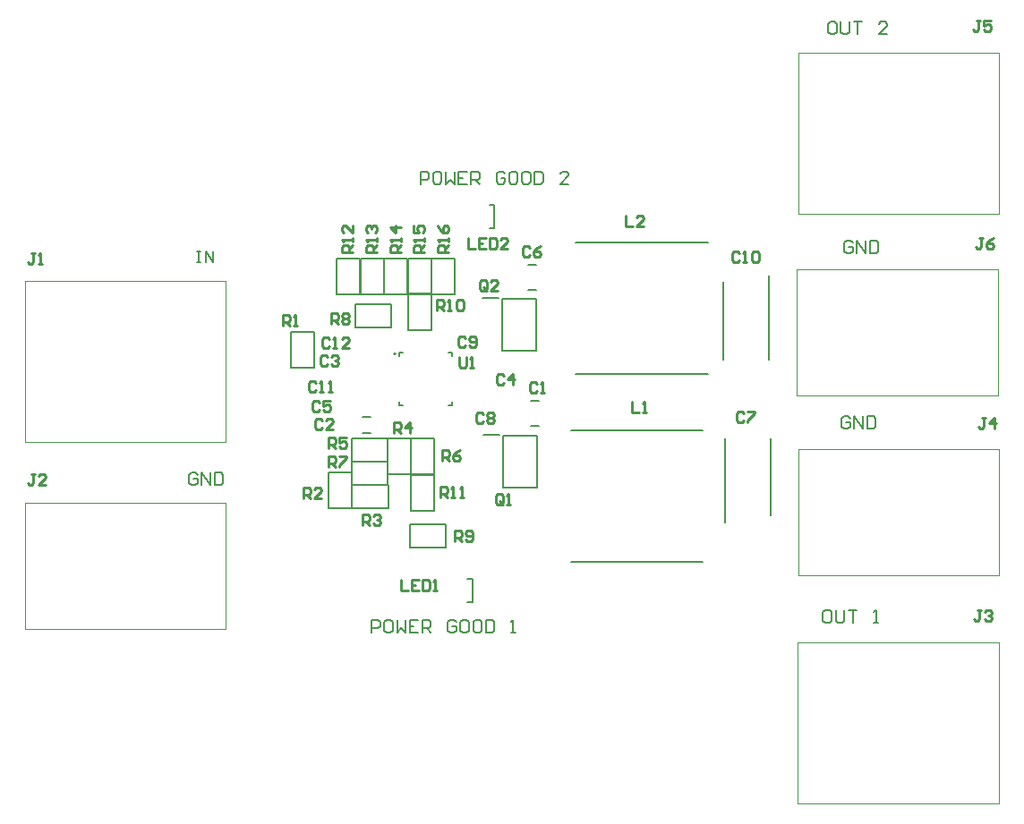
<source format=gto>
G04*
G04 #@! TF.GenerationSoftware,Altium Limited,Altium Designer,19.0.15 (446)*
G04*
G04 Layer_Color=65535*
%FSLAX25Y25*%
%MOIN*%
G70*
G01*
G75*
%ADD10C,0.00787*%
%ADD11C,0.00500*%
%ADD12C,0.00394*%
%ADD13C,0.01000*%
D10*
X137976Y177949D02*
G03*
X137976Y177949I-394J0D01*
G01*
X170717Y147759D02*
X176623D01*
X178001Y128054D02*
Y147346D01*
Y128054D02*
X190599D01*
Y147346D01*
X178001D02*
X190599D01*
X170347Y198892D02*
X176253D01*
X177631Y179187D02*
Y198478D01*
Y179187D02*
X190229D01*
Y198478D01*
X177631D02*
X190229D01*
X203153Y100394D02*
X252366D01*
X203153Y149606D02*
X252366D01*
X205094Y219606D02*
X254306D01*
X205094Y170394D02*
X254306D01*
X277465Y117630D02*
Y146370D01*
X260535Y115169D02*
Y146370D01*
X260035Y175925D02*
Y204665D01*
X276965Y175925D02*
Y207126D01*
X121707Y129169D02*
Y137831D01*
X135093Y129169D02*
Y137831D01*
X121707Y129169D02*
X135093D01*
X121707Y137831D02*
X135093D01*
X136293Y187769D02*
Y196431D01*
X122907Y187769D02*
Y196431D01*
X136293D01*
X122907Y187769D02*
X136293D01*
X143769Y132793D02*
X152431D01*
X143769Y119407D02*
X152431D01*
X143769D02*
Y132793D01*
X152431Y119407D02*
Y132793D01*
X116069Y213593D02*
X124731D01*
X116069Y200207D02*
X124731D01*
X116069D02*
Y213593D01*
X124731Y200207D02*
Y213593D01*
X143347Y105669D02*
Y114331D01*
X156733Y105669D02*
Y114331D01*
X143347Y105669D02*
X156733D01*
X143347Y114331D02*
X156733D01*
X142469Y186907D02*
X151131D01*
X142469Y200293D02*
X151131D01*
Y186907D02*
Y200293D01*
X142469Y186907D02*
Y200293D01*
X135069Y133007D02*
X143731D01*
X135069Y146393D02*
X143731D01*
Y133007D02*
Y146393D01*
X135069Y133007D02*
Y146393D01*
X143769Y133007D02*
X152431D01*
X143769Y146393D02*
X152431D01*
Y133007D02*
Y146393D01*
X143769Y133007D02*
Y146393D01*
X135093Y137769D02*
Y146431D01*
X121707Y137769D02*
Y146431D01*
X135093D01*
X121707Y137769D02*
X135093D01*
X124829Y200207D02*
X133491D01*
X124829Y213593D02*
X133491D01*
Y200207D02*
Y213593D01*
X124829Y200207D02*
Y213593D01*
X133569Y200207D02*
X142231D01*
X133569Y213593D02*
X142231D01*
Y200207D02*
Y213593D01*
X133569Y200207D02*
Y213593D01*
X142569D02*
X151231D01*
X142569Y200207D02*
X151231D01*
X142569D02*
Y213593D01*
X151231Y200207D02*
Y213593D01*
X151169D02*
X159831D01*
X151169Y200207D02*
X159831D01*
X151169D02*
Y213593D01*
X159831Y200207D02*
Y213593D01*
X113069Y120307D02*
X121731D01*
X113069Y133693D02*
X121731D01*
Y120307D02*
Y133693D01*
X113069Y120307D02*
Y133693D01*
X121747Y120369D02*
Y129031D01*
X135133Y120369D02*
Y129031D01*
X121747Y120369D02*
X135133D01*
X121747Y129031D02*
X135133D01*
X99069Y172807D02*
X107731D01*
X99069Y186193D02*
X107731D01*
Y172807D02*
Y186193D01*
X99069Y172807D02*
Y186193D01*
X187125Y211124D02*
X190275D01*
X187125Y201676D02*
X190275D01*
X188140Y160424D02*
X191290D01*
X188140Y150976D02*
X191290D01*
X164506Y85369D02*
X166474D01*
X164506Y94031D02*
X166474D01*
Y85369D02*
Y94031D01*
X172806Y224669D02*
X174774D01*
X172806Y233331D02*
X174774D01*
Y224669D02*
Y233331D01*
X125563Y154453D02*
X128713D01*
X125563Y148547D02*
X128713D01*
X63787Y216286D02*
X65120D01*
X64454D01*
Y212287D01*
X63787D01*
X65120D01*
X67120D02*
Y216286D01*
X69785Y212287D01*
Y216286D01*
X129000Y74100D02*
Y78823D01*
X131361D01*
X132149Y78036D01*
Y76461D01*
X131361Y75674D01*
X129000D01*
X136084Y78823D02*
X134510D01*
X133723Y78036D01*
Y74887D01*
X134510Y74100D01*
X136084D01*
X136872Y74887D01*
Y78036D01*
X136084Y78823D01*
X138446D02*
Y74100D01*
X140020Y75674D01*
X141594Y74100D01*
Y78823D01*
X146317D02*
X143169D01*
Y74100D01*
X146317D01*
X143169Y76461D02*
X144743D01*
X147891Y74100D02*
Y78823D01*
X150253D01*
X151040Y78036D01*
Y76461D01*
X150253Y75674D01*
X147891D01*
X149466D02*
X151040Y74100D01*
X160486Y78036D02*
X159699Y78823D01*
X158124D01*
X157337Y78036D01*
Y74887D01*
X158124Y74100D01*
X159699D01*
X160486Y74887D01*
Y76461D01*
X158912D01*
X164422Y78823D02*
X162847D01*
X162060Y78036D01*
Y74887D01*
X162847Y74100D01*
X164422D01*
X165209Y74887D01*
Y78036D01*
X164422Y78823D01*
X169144D02*
X167570D01*
X166783Y78036D01*
Y74887D01*
X167570Y74100D01*
X169144D01*
X169932Y74887D01*
Y78036D01*
X169144Y78823D01*
X171506D02*
Y74100D01*
X173867D01*
X174654Y74887D01*
Y78036D01*
X173867Y78823D01*
X171506D01*
X180952Y74100D02*
X182526D01*
X181739D01*
Y78823D01*
X180952Y78036D01*
X147200Y241200D02*
Y245923D01*
X149561D01*
X150349Y245136D01*
Y243561D01*
X149561Y242774D01*
X147200D01*
X154284Y245923D02*
X152710D01*
X151923Y245136D01*
Y241987D01*
X152710Y241200D01*
X154284D01*
X155071Y241987D01*
Y245136D01*
X154284Y245923D01*
X156646D02*
Y241200D01*
X158220Y242774D01*
X159794Y241200D01*
Y245923D01*
X164517D02*
X161369D01*
Y241200D01*
X164517D01*
X161369Y243561D02*
X162943D01*
X166092Y241200D02*
Y245923D01*
X168453D01*
X169240Y245136D01*
Y243561D01*
X168453Y242774D01*
X166092D01*
X167666D02*
X169240Y241200D01*
X178686Y245136D02*
X177899Y245923D01*
X176324D01*
X175537Y245136D01*
Y241987D01*
X176324Y241200D01*
X177899D01*
X178686Y241987D01*
Y243561D01*
X177112D01*
X182622Y245923D02*
X181047D01*
X180260Y245136D01*
Y241987D01*
X181047Y241200D01*
X182622D01*
X183409Y241987D01*
Y245136D01*
X182622Y245923D01*
X187345D02*
X185770D01*
X184983Y245136D01*
Y241987D01*
X185770Y241200D01*
X187345D01*
X188132Y241987D01*
Y245136D01*
X187345Y245923D01*
X189706D02*
Y241200D01*
X192067D01*
X192854Y241987D01*
Y245136D01*
X192067Y245923D01*
X189706D01*
X202300Y241200D02*
X199152D01*
X202300Y244349D01*
Y245136D01*
X201513Y245923D01*
X199939D01*
X199152Y245136D01*
X64149Y132936D02*
X63361Y133723D01*
X61787D01*
X61000Y132936D01*
Y129787D01*
X61787Y129000D01*
X63361D01*
X64149Y129787D01*
Y131361D01*
X62574D01*
X65723Y129000D02*
Y133723D01*
X68871Y129000D01*
Y133723D01*
X70446D02*
Y129000D01*
X72807D01*
X73594Y129787D01*
Y132936D01*
X72807Y133723D01*
X70446D01*
X299461Y82523D02*
X297887D01*
X297100Y81736D01*
Y78587D01*
X297887Y77800D01*
X299461D01*
X300249Y78587D01*
Y81736D01*
X299461Y82523D01*
X301823D02*
Y78587D01*
X302610Y77800D01*
X304184D01*
X304972Y78587D01*
Y82523D01*
X306546D02*
X309694D01*
X308120D01*
Y77800D01*
X315991D02*
X317566D01*
X316779D01*
Y82523D01*
X315991Y81736D01*
X307149Y153936D02*
X306361Y154723D01*
X304787D01*
X304000Y153936D01*
Y150787D01*
X304787Y150000D01*
X306361D01*
X307149Y150787D01*
Y152361D01*
X305574D01*
X308723Y150000D02*
Y154723D01*
X311872Y150000D01*
Y154723D01*
X313446D02*
Y150000D01*
X315807D01*
X316594Y150787D01*
Y153936D01*
X315807Y154723D01*
X313446D01*
X308149Y219436D02*
X307361Y220223D01*
X305787D01*
X305000Y219436D01*
Y216287D01*
X305787Y215500D01*
X307361D01*
X308149Y216287D01*
Y217861D01*
X306574D01*
X309723Y215500D02*
Y220223D01*
X312872Y215500D01*
Y220223D01*
X314446D02*
Y215500D01*
X316807D01*
X317594Y216287D01*
Y219436D01*
X316807Y220223D01*
X314446D01*
X301361Y301723D02*
X299787D01*
X299000Y300936D01*
Y297787D01*
X299787Y297000D01*
X301361D01*
X302149Y297787D01*
Y300936D01*
X301361Y301723D01*
X303723D02*
Y297787D01*
X304510Y297000D01*
X306084D01*
X306872Y297787D01*
Y301723D01*
X308446D02*
X311594D01*
X310020D01*
Y297000D01*
X321040D02*
X317892D01*
X321040Y300149D01*
Y300936D01*
X320253Y301723D01*
X318679D01*
X317892Y300936D01*
D11*
X139157Y158658D02*
Y160035D01*
Y158658D02*
X140535D01*
X158843D02*
Y160035D01*
X157465Y158658D02*
X158843D01*
Y176965D02*
Y178342D01*
X157465D02*
X158843D01*
X139157D02*
X140535D01*
X139157Y176965D02*
Y178342D01*
D12*
X287347Y162378D02*
X362150D01*
X287347D02*
Y209622D01*
X362150D01*
Y162378D02*
Y209622D01*
X287807Y95378D02*
X362610D01*
X287807D02*
Y142622D01*
X362610D01*
Y95378D02*
Y142622D01*
X287846Y290000D02*
X362650D01*
Y230000D02*
Y290000D01*
X287846Y230000D02*
X362650D01*
X287846D02*
Y290000D01*
X287707Y70300D02*
X362510D01*
Y10300D02*
Y70300D01*
X287707Y10300D02*
X362510D01*
X287707D02*
Y70300D01*
X-110Y122622D02*
X74693D01*
Y75378D02*
Y122622D01*
X-110Y75378D02*
X74693D01*
X-110D02*
Y122622D01*
Y145000D02*
X74693D01*
X-110D02*
Y205000D01*
X74693D01*
Y145000D02*
Y205000D01*
D13*
X109666Y159632D02*
X108999Y160299D01*
X107667D01*
X107000Y159632D01*
Y156966D01*
X107667Y156300D01*
X108999D01*
X109666Y156966D01*
X113664Y160299D02*
X110999D01*
Y158299D01*
X112332Y158966D01*
X112998D01*
X113664Y158299D01*
Y156966D01*
X112998Y156300D01*
X111665D01*
X110999Y156966D01*
X95900Y188400D02*
Y192399D01*
X97899D01*
X98566Y191732D01*
Y190399D01*
X97899Y189733D01*
X95900D01*
X97233D02*
X98566Y188400D01*
X99899D02*
X101232D01*
X100565D01*
Y192399D01*
X99899Y191732D01*
X165000Y221099D02*
Y217100D01*
X167666D01*
X171665Y221099D02*
X168999D01*
Y217100D01*
X171665D01*
X168999Y219099D02*
X170332D01*
X172997Y221099D02*
Y217100D01*
X174997D01*
X175663Y217766D01*
Y220432D01*
X174997Y221099D01*
X172997D01*
X179662Y217100D02*
X176996D01*
X179662Y219766D01*
Y220432D01*
X178996Y221099D01*
X177663D01*
X176996Y220432D01*
X140079Y93699D02*
Y89700D01*
X142745D01*
X146744Y93699D02*
X144078D01*
Y89700D01*
X146744D01*
X144078Y91699D02*
X145411D01*
X148077Y93699D02*
Y89700D01*
X150076D01*
X150743Y90366D01*
Y93032D01*
X150076Y93699D01*
X148077D01*
X152076Y89700D02*
X153409D01*
X152742D01*
Y93699D01*
X152076Y93032D01*
X125700Y114100D02*
Y118099D01*
X127699D01*
X128366Y117432D01*
Y116099D01*
X127699Y115433D01*
X125700D01*
X127033D02*
X128366Y114100D01*
X129699Y117432D02*
X130365Y118099D01*
X131698D01*
X132364Y117432D01*
Y116766D01*
X131698Y116099D01*
X131032D01*
X131698D01*
X132364Y115433D01*
Y114767D01*
X131698Y114100D01*
X130365D01*
X129699Y114767D01*
X103600Y124100D02*
Y128099D01*
X105599D01*
X106266Y127432D01*
Y126099D01*
X105599Y125433D01*
X103600D01*
X104933D02*
X106266Y124100D01*
X110265D02*
X107599D01*
X110265Y126766D01*
Y127432D01*
X109598Y128099D01*
X108265D01*
X107599Y127432D01*
X108366Y167132D02*
X107699Y167799D01*
X106367D01*
X105700Y167132D01*
Y164467D01*
X106367Y163800D01*
X107699D01*
X108366Y164467D01*
X109699Y163800D02*
X111032D01*
X110365D01*
Y167799D01*
X109699Y167132D01*
X113031Y163800D02*
X114364D01*
X113697D01*
Y167799D01*
X113031Y167132D01*
X3666Y132999D02*
X2333D01*
X2999D01*
Y129666D01*
X2333Y129000D01*
X1667D01*
X1000Y129666D01*
X7665Y129000D02*
X4999D01*
X7665Y131666D01*
Y132332D01*
X6998Y132999D01*
X5665D01*
X4999Y132332D01*
X3666Y215499D02*
X2333D01*
X2999D01*
Y212166D01*
X2333Y211500D01*
X1667D01*
X1000Y212166D01*
X4999Y211500D02*
X6332D01*
X5665D01*
Y215499D01*
X4999Y214832D01*
X161600Y176899D02*
Y173566D01*
X162267Y172900D01*
X163599D01*
X164266Y173566D01*
Y176899D01*
X165599Y172900D02*
X166932D01*
X166265D01*
Y176899D01*
X165599Y176232D01*
X157500Y215900D02*
X153501D01*
Y217899D01*
X154168Y218566D01*
X155501D01*
X156167Y217899D01*
Y215900D01*
Y217233D02*
X157500Y218566D01*
Y219899D02*
Y221232D01*
Y220565D01*
X153501D01*
X154168Y219899D01*
X153501Y225897D02*
X154168Y224564D01*
X155501Y223231D01*
X156834D01*
X157500Y223897D01*
Y225230D01*
X156834Y225897D01*
X156167D01*
X155501Y225230D01*
Y223231D01*
X148700Y215700D02*
X144701D01*
Y217699D01*
X145368Y218366D01*
X146701D01*
X147367Y217699D01*
Y215700D01*
Y217033D02*
X148700Y218366D01*
Y219699D02*
Y221032D01*
Y220365D01*
X144701D01*
X145368Y219699D01*
X144701Y225697D02*
Y223031D01*
X146701D01*
X146034Y224364D01*
Y225030D01*
X146701Y225697D01*
X148033D01*
X148700Y225030D01*
Y223697D01*
X148033Y223031D01*
X139900Y215700D02*
X135901D01*
Y217699D01*
X136568Y218366D01*
X137901D01*
X138567Y217699D01*
Y215700D01*
Y217033D02*
X139900Y218366D01*
Y219699D02*
Y221032D01*
Y220365D01*
X135901D01*
X136568Y219699D01*
X139900Y225030D02*
X135901D01*
X137901Y223031D01*
Y225697D01*
X131100Y215700D02*
X127101D01*
Y217699D01*
X127768Y218366D01*
X129101D01*
X129767Y217699D01*
Y215700D01*
Y217033D02*
X131100Y218366D01*
Y219699D02*
Y221032D01*
Y220365D01*
X127101D01*
X127768Y219699D01*
Y223031D02*
X127101Y223697D01*
Y225030D01*
X127768Y225697D01*
X128434D01*
X129101Y225030D01*
Y224364D01*
Y225030D01*
X129767Y225697D01*
X130433D01*
X131100Y225030D01*
Y223697D01*
X130433Y223031D01*
X113100Y142700D02*
Y146699D01*
X115099D01*
X115766Y146032D01*
Y144699D01*
X115099Y144033D01*
X113100D01*
X114433D02*
X115766Y142700D01*
X119764Y146699D02*
X117099D01*
Y144699D01*
X118432Y145366D01*
X119098D01*
X119764Y144699D01*
Y143367D01*
X119098Y142700D01*
X117765D01*
X117099Y143367D01*
X155200Y138000D02*
Y141999D01*
X157199D01*
X157866Y141332D01*
Y139999D01*
X157199Y139333D01*
X155200D01*
X156533D02*
X157866Y138000D01*
X161864Y141999D02*
X160532Y141332D01*
X159199Y139999D01*
Y138666D01*
X159865Y138000D01*
X161198D01*
X161864Y138666D01*
Y139333D01*
X161198Y139999D01*
X159199D01*
X137200Y148350D02*
Y152349D01*
X139199D01*
X139866Y151682D01*
Y150349D01*
X139199Y149683D01*
X137200D01*
X138533D02*
X139866Y148350D01*
X143198D02*
Y152349D01*
X141199Y150349D01*
X143865D01*
X153300Y194200D02*
Y198199D01*
X155299D01*
X155966Y197532D01*
Y196199D01*
X155299Y195533D01*
X153300D01*
X154633D02*
X155966Y194200D01*
X157299D02*
X158632D01*
X157965D01*
Y198199D01*
X157299Y197532D01*
X160631D02*
X161297Y198199D01*
X162630D01*
X163297Y197532D01*
Y194867D01*
X162630Y194200D01*
X161297D01*
X160631Y194867D01*
Y197532D01*
X159900Y108000D02*
Y111999D01*
X161899D01*
X162566Y111332D01*
Y109999D01*
X161899Y109333D01*
X159900D01*
X161233D02*
X162566Y108000D01*
X163899Y108667D02*
X164565Y108000D01*
X165898D01*
X166565Y108667D01*
Y111332D01*
X165898Y111999D01*
X164565D01*
X163899Y111332D01*
Y110666D01*
X164565Y109999D01*
X166565D01*
X121900Y215900D02*
X117901D01*
Y217899D01*
X118568Y218566D01*
X119901D01*
X120567Y217899D01*
Y215900D01*
Y217233D02*
X121900Y218566D01*
Y219899D02*
Y221232D01*
Y220565D01*
X117901D01*
X118568Y219899D01*
X121900Y225897D02*
Y223231D01*
X119234Y225897D01*
X118568D01*
X117901Y225230D01*
Y223897D01*
X118568Y223231D01*
X154600Y124500D02*
Y128499D01*
X156599D01*
X157266Y127832D01*
Y126499D01*
X156599Y125833D01*
X154600D01*
X155933D02*
X157266Y124500D01*
X158599D02*
X159932D01*
X159265D01*
Y128499D01*
X158599Y127832D01*
X161931Y124500D02*
X163264D01*
X162597D01*
Y128499D01*
X161931Y127832D01*
X114100Y189200D02*
Y193199D01*
X116099D01*
X116766Y192532D01*
Y191199D01*
X116099Y190533D01*
X114100D01*
X115433D02*
X116766Y189200D01*
X118099Y192532D02*
X118765Y193199D01*
X120098D01*
X120765Y192532D01*
Y191866D01*
X120098Y191199D01*
X120765Y190533D01*
Y189866D01*
X120098Y189200D01*
X118765D01*
X118099Y189866D01*
Y190533D01*
X118765Y191199D01*
X118099Y191866D01*
Y192532D01*
X118765Y191199D02*
X120098D01*
X113000Y135900D02*
Y139899D01*
X114999D01*
X115666Y139232D01*
Y137899D01*
X114999Y137233D01*
X113000D01*
X114333D02*
X115666Y135900D01*
X116999Y139899D02*
X119665D01*
Y139232D01*
X116999Y136566D01*
Y135900D01*
X172066Y202267D02*
Y204932D01*
X171399Y205599D01*
X170066D01*
X169400Y204932D01*
Y202267D01*
X170066Y201600D01*
X171399D01*
X170733Y202933D02*
X172066Y201600D01*
X171399D02*
X172066Y202267D01*
X176065Y201600D02*
X173399D01*
X176065Y204266D01*
Y204932D01*
X175398Y205599D01*
X174065D01*
X173399Y204932D01*
X177966Y122366D02*
Y125032D01*
X177299Y125699D01*
X175967D01*
X175300Y125032D01*
Y122366D01*
X175967Y121700D01*
X177299D01*
X176633Y123033D02*
X177966Y121700D01*
X177299D02*
X177966Y122366D01*
X179299Y121700D02*
X180632D01*
X179965D01*
Y125699D01*
X179299Y125032D01*
X223500Y229499D02*
Y225500D01*
X226166D01*
X230165D02*
X227499D01*
X230165Y228166D01*
Y228832D01*
X229498Y229499D01*
X228165D01*
X227499Y228832D01*
X225800Y159999D02*
Y156000D01*
X228466D01*
X229799D02*
X231132D01*
X230465D01*
Y159999D01*
X229799Y159332D01*
X356666Y220999D02*
X355333D01*
X355999D01*
Y217666D01*
X355333Y217000D01*
X354666D01*
X354000Y217666D01*
X360665Y220999D02*
X359332Y220332D01*
X357999Y218999D01*
Y217666D01*
X358665Y217000D01*
X359998D01*
X360665Y217666D01*
Y218333D01*
X359998Y218999D01*
X357999D01*
X355666Y301999D02*
X354333D01*
X354999D01*
Y298666D01*
X354333Y298000D01*
X353666D01*
X353000Y298666D01*
X359665Y301999D02*
X356999D01*
Y299999D01*
X358332Y300666D01*
X358998D01*
X359665Y299999D01*
Y298666D01*
X358998Y298000D01*
X357665D01*
X356999Y298666D01*
X357666Y153999D02*
X356333D01*
X356999D01*
Y150666D01*
X356333Y150000D01*
X355666D01*
X355000Y150666D01*
X360998Y150000D02*
Y153999D01*
X358999Y151999D01*
X361665D01*
X356066Y82599D02*
X354733D01*
X355399D01*
Y79266D01*
X354733Y78600D01*
X354066D01*
X353400Y79266D01*
X357399Y81932D02*
X358065Y82599D01*
X359398D01*
X360065Y81932D01*
Y81266D01*
X359398Y80599D01*
X358732D01*
X359398D01*
X360065Y79933D01*
Y79266D01*
X359398Y78600D01*
X358065D01*
X357399Y79266D01*
X113166Y183332D02*
X112499Y183999D01*
X111167D01*
X110500Y183332D01*
Y180666D01*
X111167Y180000D01*
X112499D01*
X113166Y180666D01*
X114499Y180000D02*
X115832D01*
X115165D01*
Y183999D01*
X114499Y183332D01*
X120497Y180000D02*
X117831D01*
X120497Y182666D01*
Y183332D01*
X119830Y183999D01*
X118497D01*
X117831Y183332D01*
X266066Y215332D02*
X265399Y215999D01*
X264066D01*
X263400Y215332D01*
Y212666D01*
X264066Y212000D01*
X265399D01*
X266066Y212666D01*
X267399Y212000D02*
X268732D01*
X268065D01*
Y215999D01*
X267399Y215332D01*
X270731D02*
X271397Y215999D01*
X272730D01*
X273397Y215332D01*
Y212666D01*
X272730Y212000D01*
X271397D01*
X270731Y212666D01*
Y215332D01*
X267566Y155932D02*
X266899Y156599D01*
X265566D01*
X264900Y155932D01*
Y153267D01*
X265566Y152600D01*
X266899D01*
X267566Y153267D01*
X268899Y156599D02*
X271565D01*
Y155932D01*
X268899Y153267D01*
Y152600D01*
X163871Y183732D02*
X163204Y184399D01*
X161871D01*
X161205Y183732D01*
Y181067D01*
X161871Y180400D01*
X163204D01*
X163871Y181067D01*
X165203D02*
X165870Y180400D01*
X167203D01*
X167869Y181067D01*
Y183732D01*
X167203Y184399D01*
X165870D01*
X165203Y183732D01*
Y183066D01*
X165870Y182399D01*
X167869D01*
X170666Y155332D02*
X169999Y155999D01*
X168667D01*
X168000Y155332D01*
Y152666D01*
X168667Y152000D01*
X169999D01*
X170666Y152666D01*
X171999Y155332D02*
X172665Y155999D01*
X173998D01*
X174664Y155332D01*
Y154666D01*
X173998Y153999D01*
X174664Y153333D01*
Y152666D01*
X173998Y152000D01*
X172665D01*
X171999Y152666D01*
Y153333D01*
X172665Y153999D01*
X171999Y154666D01*
Y155332D01*
X172665Y153999D02*
X173998D01*
X190766Y166632D02*
X190099Y167299D01*
X188767D01*
X188100Y166632D01*
Y163967D01*
X188767Y163300D01*
X190099D01*
X190766Y163967D01*
X192099Y163300D02*
X193432D01*
X192765D01*
Y167299D01*
X192099Y166632D01*
X187966Y217332D02*
X187299Y217999D01*
X185967D01*
X185300Y217332D01*
Y214666D01*
X185967Y214000D01*
X187299D01*
X187966Y214666D01*
X191964Y217999D02*
X190632Y217332D01*
X189299Y215999D01*
Y214666D01*
X189965Y214000D01*
X191298D01*
X191964Y214666D01*
Y215333D01*
X191298Y215999D01*
X189299D01*
X178165Y169632D02*
X177498Y170299D01*
X176165D01*
X175499Y169632D01*
Y166966D01*
X176165Y166300D01*
X177498D01*
X178165Y166966D01*
X181497Y166300D02*
Y170299D01*
X179498Y168299D01*
X182163D01*
X112566Y176732D02*
X111899Y177399D01*
X110566D01*
X109900Y176732D01*
Y174066D01*
X110566Y173400D01*
X111899D01*
X112566Y174066D01*
X113899Y176732D02*
X114565Y177399D01*
X115898D01*
X116565Y176732D01*
Y176066D01*
X115898Y175399D01*
X115232D01*
X115898D01*
X116565Y174733D01*
Y174066D01*
X115898Y173400D01*
X114565D01*
X113899Y174066D01*
X110466Y153032D02*
X109799Y153699D01*
X108466D01*
X107800Y153032D01*
Y150366D01*
X108466Y149700D01*
X109799D01*
X110466Y150366D01*
X114464Y149700D02*
X111799D01*
X114464Y152366D01*
Y153032D01*
X113798Y153699D01*
X112465D01*
X111799Y153032D01*
M02*

</source>
